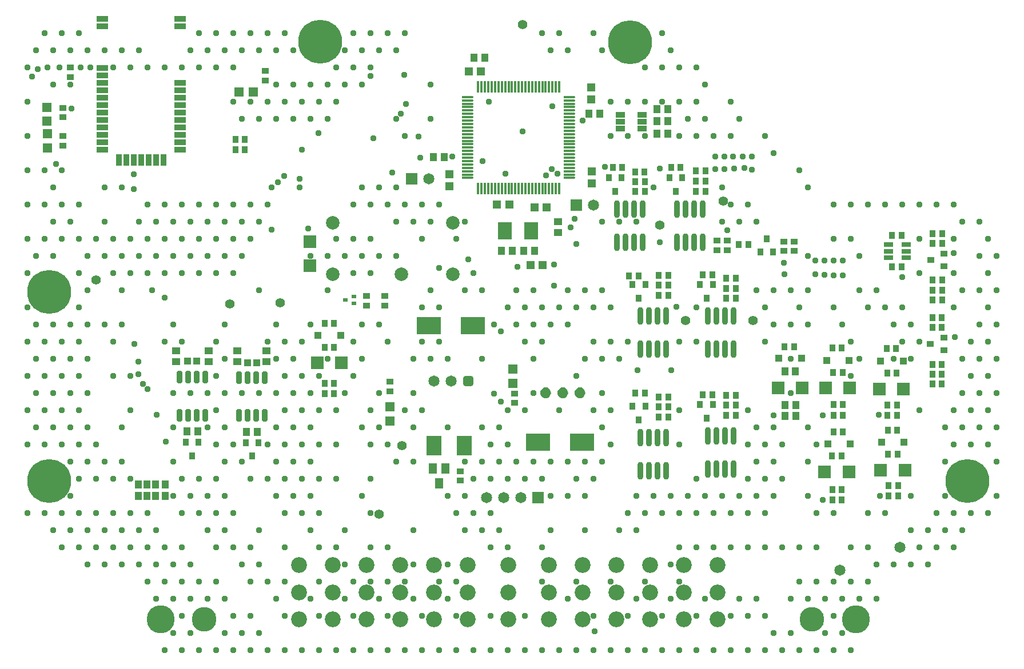
<source format=gbr>
G04*
G04 #@! TF.GenerationSoftware,Altium Limited,Altium Designer,25.0.2 (28)*
G04*
G04 Layer_Color=8388736*
%FSLAX44Y44*%
%MOMM*%
G71*
G04*
G04 #@! TF.SameCoordinates,1489D581-9A80-4730-A308-F2CAF4F028AF*
G04*
G04*
G04 #@! TF.FilePolarity,Negative*
G04*
G01*
G75*
%ADD48R,1.3524X1.3524*%
%ADD49R,1.0524X0.9524*%
%ADD50R,0.6604X0.5084*%
%ADD51R,1.8324X1.8524*%
%ADD52R,1.3724X0.7724*%
%ADD53R,2.3124X2.9524*%
%ADD54R,1.1524X1.5524*%
%ADD55R,3.6524X2.6524*%
%ADD56R,0.9524X1.0524*%
G04:AMPARAMS|DCode=57|XSize=0.8024mm|YSize=1.8024mm|CornerRadius=0.125mm|HoleSize=0mm|Usage=FLASHONLY|Rotation=0.000|XOffset=0mm|YOffset=0mm|HoleType=Round|Shape=RoundedRectangle|*
%AMROUNDEDRECTD57*
21,1,0.8024,1.5525,0,0,0.0*
21,1,0.5525,1.8024,0,0,0.0*
1,1,0.2499,0.2763,-0.7763*
1,1,0.2499,-0.2763,-0.7763*
1,1,0.2499,-0.2763,0.7763*
1,1,0.2499,0.2763,0.7763*
%
%ADD57ROUNDEDRECTD57*%
%ADD58R,1.0524X1.1524*%
%ADD59R,1.1524X1.0524*%
%ADD60R,0.9524X1.0524*%
%ADD61R,1.0024X1.1024*%
%ADD62R,1.0524X0.9524*%
%ADD63R,1.8524X1.8324*%
%ADD64R,1.0024X1.0024*%
%ADD65O,0.8524X2.6524*%
%ADD66O,1.7024X0.4024*%
%ADD67R,1.2524X1.2524*%
%ADD68O,0.4024X1.7024*%
%ADD69R,1.3524X1.3524*%
%ADD70R,1.6510X0.8636*%
%ADD71R,0.8636X1.6510*%
%ADD72R,1.2524X1.2524*%
%ADD73R,1.3524X0.8524*%
%ADD74R,2.1524X2.5524*%
%ADD75C,2.3524*%
%ADD76C,2.0066*%
%ADD77C,1.6524*%
G04:AMPARAMS|DCode=78|XSize=1.5524mm|YSize=1.5524mm|CornerRadius=0.4262mm|HoleSize=0mm|Usage=FLASHONLY|Rotation=180.000|XOffset=0mm|YOffset=0mm|HoleType=Round|Shape=RoundedRectangle|*
%AMROUNDEDRECTD78*
21,1,1.5524,0.7000,0,0,180.0*
21,1,0.7000,1.5524,0,0,180.0*
1,1,0.8524,-0.3500,0.3500*
1,1,0.8524,0.3500,0.3500*
1,1,0.8524,0.3500,-0.3500*
1,1,0.8524,-0.3500,-0.3500*
%
%ADD78ROUNDEDRECTD78*%
%ADD79R,1.6524X1.6524*%
%ADD80C,4.1524*%
%ADD81C,3.6524*%
%ADD82C,0.9398*%
%ADD83C,1.4224*%
%ADD84C,6.5024*%
G36*
X1605280Y982658D02*
X1607336Y982929D01*
X1609251Y983722D01*
X1610896Y984984D01*
X1612158Y986629D01*
X1612951Y988544D01*
X1613222Y990600D01*
X1612951Y992655D01*
X1612158Y994571D01*
X1610896Y996216D01*
X1609251Y997478D01*
X1607336Y998271D01*
X1605280Y998542D01*
D01*
X1603224Y998271D01*
X1601309Y997478D01*
X1599664Y996216D01*
X1598402Y994571D01*
X1597609Y992655D01*
X1597338Y990600D01*
X1597609Y988544D01*
X1598402Y986629D01*
X1599664Y984984D01*
X1601309Y983722D01*
X1603224Y982929D01*
X1605280Y982658D01*
D01*
D02*
G37*
G36*
X1630680D02*
X1632735Y982929D01*
X1634651Y983722D01*
X1636296Y984984D01*
X1637558Y986629D01*
X1638351Y988544D01*
X1638622Y990600D01*
X1638351Y992655D01*
X1637558Y994571D01*
X1636296Y996216D01*
X1634651Y997478D01*
X1632735Y998271D01*
X1630680Y998542D01*
D01*
X1628625Y998271D01*
X1626709Y997478D01*
X1625064Y996216D01*
X1623802Y994571D01*
X1623009Y992655D01*
X1622738Y990600D01*
X1623009Y988544D01*
X1623802Y986629D01*
X1625064Y984984D01*
X1626709Y983722D01*
X1628625Y982929D01*
X1630680Y982658D01*
D01*
D02*
G37*
G36*
X1656080D02*
X1658136Y982929D01*
X1660051Y983722D01*
X1661696Y984984D01*
X1662958Y986629D01*
X1663751Y988544D01*
X1664022Y990600D01*
X1663751Y992655D01*
X1662958Y994571D01*
X1661696Y996216D01*
X1660051Y997478D01*
X1658136Y998271D01*
X1656080Y998542D01*
D01*
X1654025Y998271D01*
X1652109Y997478D01*
X1650464Y996216D01*
X1649202Y994571D01*
X1648409Y992655D01*
X1648138Y990600D01*
X1648409Y988544D01*
X1649202Y986629D01*
X1650464Y984984D01*
X1652109Y983722D01*
X1654025Y982929D01*
X1656080Y982658D01*
D01*
D02*
G37*
D48*
X1557000Y1004792D02*
D03*
Y1025792D02*
D03*
X1374500Y948658D02*
D03*
Y969658D02*
D03*
X867410Y1353480D02*
D03*
X867117Y1413850D02*
D03*
Y1392850D02*
D03*
X867410Y1374480D02*
D03*
D49*
X1367000Y1120000D02*
D03*
Y1134000D02*
D03*
X1340000Y1120000D02*
D03*
Y1134000D02*
D03*
X1374500Y993000D02*
D03*
Y1007000D02*
D03*
X1559043Y975500D02*
D03*
Y989500D02*
D03*
X1478542Y874500D02*
D03*
Y860500D02*
D03*
X1859280Y1202040D02*
D03*
Y1216040D02*
D03*
X1958340Y1200770D02*
D03*
Y1214770D02*
D03*
X1874520Y1216040D02*
D03*
Y1202040D02*
D03*
X1973580Y1200770D02*
D03*
Y1214770D02*
D03*
X890270Y1356980D02*
D03*
X890270Y1412890D02*
D03*
Y1398890D02*
D03*
X890270Y1370980D02*
D03*
X901700Y1472580D02*
D03*
Y1458580D02*
D03*
X1189990Y1467500D02*
D03*
Y1453500D02*
D03*
D50*
X1308525Y1128000D02*
D03*
X1321475Y1133000D02*
D03*
Y1123000D02*
D03*
D51*
X1256000Y1214900D02*
D03*
Y1179100D02*
D03*
D52*
X2112800Y1210000D02*
D03*
Y1200500D02*
D03*
Y1191000D02*
D03*
X2139000D02*
D03*
Y1200500D02*
D03*
Y1210000D02*
D03*
D53*
X1440250Y912500D02*
D03*
X1484750D02*
D03*
D54*
X1438000Y878500D02*
D03*
X1447500Y856500D02*
D03*
X1457000Y878500D02*
D03*
D55*
X1432500Y1090000D02*
D03*
X1497500D02*
D03*
X1594500Y917500D02*
D03*
X1659500D02*
D03*
D56*
X2118500Y1177458D02*
D03*
X2132500D02*
D03*
X2118500Y1223543D02*
D03*
X2132500D02*
D03*
X2192000Y1087393D02*
D03*
X2178000D02*
D03*
X2192000Y1003872D02*
D03*
X2178000D02*
D03*
X2192000Y1032957D02*
D03*
X2178000D02*
D03*
X2178000Y1018415D02*
D03*
X2192000D02*
D03*
X2192500Y1211892D02*
D03*
X2178500D02*
D03*
X2192500Y1128372D02*
D03*
X2178500D02*
D03*
X2192500Y1157457D02*
D03*
X2178500D02*
D03*
X2178500Y1142915D02*
D03*
X2192500D02*
D03*
X2192000Y1101935D02*
D03*
X2178000D02*
D03*
X2192500Y1226435D02*
D03*
X2178500D02*
D03*
X1292000Y989627D02*
D03*
X1278000D02*
D03*
X1959000Y1059208D02*
D03*
X1973000D02*
D03*
X1891650Y1210310D02*
D03*
X1905650D02*
D03*
X1278000Y1058122D02*
D03*
X1292000D02*
D03*
X1278000Y1004627D02*
D03*
X1292000D02*
D03*
X1278000Y1093207D02*
D03*
X1292000D02*
D03*
X1704960Y1324610D02*
D03*
X1718960D02*
D03*
X1738302Y1303717D02*
D03*
X1752303D02*
D03*
X1738302Y1289175D02*
D03*
X1752303D02*
D03*
X1791320Y1324610D02*
D03*
X1805320D02*
D03*
X1827863Y1304290D02*
D03*
X1841863D02*
D03*
X1827863Y1289292D02*
D03*
X1841863D02*
D03*
X1751980Y1318260D02*
D03*
X1737980D02*
D03*
X1841863Y1319530D02*
D03*
X1827863D02*
D03*
X1738000Y990000D02*
D03*
X1752000D02*
D03*
X1787000Y970000D02*
D03*
X1773000D02*
D03*
X1787000Y955000D02*
D03*
X1773000D02*
D03*
X1743000Y1164000D02*
D03*
X1729000D02*
D03*
X1787000Y1150000D02*
D03*
X1773000D02*
D03*
X1787000Y1135000D02*
D03*
X1773000D02*
D03*
X1838000Y987585D02*
D03*
X1852000D02*
D03*
X1887000Y972500D02*
D03*
X1873000D02*
D03*
X1887000Y957500D02*
D03*
X1873000D02*
D03*
X1838000Y1165085D02*
D03*
X1852000D02*
D03*
X1887000Y1145585D02*
D03*
X1873000D02*
D03*
X1887000Y1131042D02*
D03*
X1873000D02*
D03*
X1773000Y984543D02*
D03*
X1787000D02*
D03*
X1773000Y1164543D02*
D03*
X1787000D02*
D03*
X1873000Y987043D02*
D03*
X1887000D02*
D03*
X1873000Y1160128D02*
D03*
X1887000D02*
D03*
X2029500Y897000D02*
D03*
X2043500D02*
D03*
X2030000Y847500D02*
D03*
X2044000D02*
D03*
X2030000Y832000D02*
D03*
X2044000D02*
D03*
X2111000Y1019500D02*
D03*
X2125000D02*
D03*
X2111500Y972500D02*
D03*
X2125500D02*
D03*
X2111500Y957500D02*
D03*
X2125500D02*
D03*
X2031000Y1021000D02*
D03*
X2045000D02*
D03*
X2031500Y973500D02*
D03*
X2045500D02*
D03*
X2031500Y957500D02*
D03*
X2045500D02*
D03*
X2126500Y899500D02*
D03*
X2112500D02*
D03*
X2113500Y853000D02*
D03*
X2127500D02*
D03*
X2113500Y838000D02*
D03*
X2127500D02*
D03*
X2031500Y932500D02*
D03*
X2045500D02*
D03*
X2110500Y1056500D02*
D03*
X2124500D02*
D03*
X2030000Y1057000D02*
D03*
X2044000D02*
D03*
X2112000Y935000D02*
D03*
X2126000D02*
D03*
X1160160Y1365823D02*
D03*
X1146160D02*
D03*
X1160160Y1351280D02*
D03*
X1146160D02*
D03*
D57*
X1101008Y1013708D02*
D03*
X1088307D02*
D03*
X1075608D02*
D03*
X1062907D02*
D03*
X1101008Y957207D02*
D03*
X1088307D02*
D03*
X1075608D02*
D03*
X1062907D02*
D03*
X1151492Y956793D02*
D03*
X1164193D02*
D03*
X1176892D02*
D03*
X1189593D02*
D03*
X1151492Y1013292D02*
D03*
X1164193D02*
D03*
X1176892D02*
D03*
X1189593D02*
D03*
D58*
X1073958Y933415D02*
D03*
X1089958D02*
D03*
X1178542Y933000D02*
D03*
X1162542D02*
D03*
X1042000Y837500D02*
D03*
Y854500D02*
D03*
X1028066D02*
D03*
Y837500D02*
D03*
X1015000Y854500D02*
D03*
Y837500D02*
D03*
X1001934Y854500D02*
D03*
Y837500D02*
D03*
X1959500Y1022373D02*
D03*
X1975500D02*
D03*
X1976000Y972500D02*
D03*
X1960000D02*
D03*
X1976000Y956000D02*
D03*
X1960000D02*
D03*
X1439500Y1340000D02*
D03*
X1455500D02*
D03*
X1499000Y1487585D02*
D03*
X1515000D02*
D03*
X1685500Y1404000D02*
D03*
X1669500D02*
D03*
X1589000Y1201000D02*
D03*
X1573000D02*
D03*
X1539957D02*
D03*
X1555957D02*
D03*
X1786500Y1411085D02*
D03*
X1770500D02*
D03*
Y1393042D02*
D03*
X1786500D02*
D03*
Y1375000D02*
D03*
X1770500D02*
D03*
D59*
X1106000Y1037000D02*
D03*
Y1053000D02*
D03*
X1057915Y1037000D02*
D03*
Y1053000D02*
D03*
X1192085D02*
D03*
Y1037000D02*
D03*
X1149000Y1053000D02*
D03*
Y1037000D02*
D03*
X1624000Y1228000D02*
D03*
Y1244000D02*
D03*
D60*
X1081957Y897372D02*
D03*
X1091458Y917373D02*
D03*
X1072458D02*
D03*
X1170543Y896957D02*
D03*
X1180042Y916957D02*
D03*
X1161042D02*
D03*
X1923440Y1199040D02*
D03*
X1942440D02*
D03*
X1932940Y1219040D02*
D03*
X1708438Y1289370D02*
D03*
X1698938Y1309370D02*
D03*
X1717937D02*
D03*
X1798320Y1289210D02*
D03*
X1788820Y1309210D02*
D03*
X1807820D02*
D03*
X1752957Y970792D02*
D03*
X1733957D02*
D03*
X1743457Y950792D02*
D03*
X1752957Y1150792D02*
D03*
X1733958D02*
D03*
X1743457Y1130792D02*
D03*
X1852957Y973292D02*
D03*
X1833958D02*
D03*
X1843457Y953292D02*
D03*
X1852957Y1150792D02*
D03*
X1833958D02*
D03*
X1843457Y1130792D02*
D03*
D61*
X1088708Y1037500D02*
D03*
X1075208D02*
D03*
X1163792Y1035085D02*
D03*
X1177292D02*
D03*
D62*
X2195000Y1053500D02*
D03*
Y1072500D02*
D03*
X2175000Y1063000D02*
D03*
X2195500Y1178000D02*
D03*
Y1197000D02*
D03*
X2175500Y1187500D02*
D03*
D63*
X1949600Y997500D02*
D03*
X1985400D02*
D03*
X1267100Y1035000D02*
D03*
X1302900D02*
D03*
X2018600Y873500D02*
D03*
X2054400D02*
D03*
X2099600Y996000D02*
D03*
X2135400D02*
D03*
X2020100Y997500D02*
D03*
X2055900D02*
D03*
X2101600Y876000D02*
D03*
X2137400D02*
D03*
D64*
X1984250Y1041665D02*
D03*
X1950750D02*
D03*
X1301750Y1075665D02*
D03*
X1268250D02*
D03*
X2056750Y914542D02*
D03*
X2023250D02*
D03*
X2134750Y1038000D02*
D03*
X2101250D02*
D03*
X2054750Y1038542D02*
D03*
X2021250D02*
D03*
X2136250Y917042D02*
D03*
X2102750D02*
D03*
D65*
X1748790Y1262632D02*
D03*
X1736090D02*
D03*
X1723390D02*
D03*
X1710690D02*
D03*
X1748790Y1213632D02*
D03*
X1736090D02*
D03*
X1723390D02*
D03*
X1710690D02*
D03*
X1837690Y1262750D02*
D03*
X1824990D02*
D03*
X1812290D02*
D03*
X1799590D02*
D03*
X1837690Y1213750D02*
D03*
X1824990D02*
D03*
X1812290D02*
D03*
X1799590D02*
D03*
X1745950Y875500D02*
D03*
X1758650D02*
D03*
X1771350D02*
D03*
X1784050D02*
D03*
X1745950Y924500D02*
D03*
X1758650D02*
D03*
X1771350D02*
D03*
X1784050D02*
D03*
X1745950Y1055500D02*
D03*
X1758650D02*
D03*
X1771350D02*
D03*
X1784050D02*
D03*
X1745950Y1104500D02*
D03*
X1758650D02*
D03*
X1771350D02*
D03*
X1784050D02*
D03*
X1845950Y878000D02*
D03*
X1858650D02*
D03*
X1871350D02*
D03*
X1884050D02*
D03*
X1845950Y927000D02*
D03*
X1858650D02*
D03*
X1871350D02*
D03*
X1884050D02*
D03*
X1845950Y1055500D02*
D03*
X1858650D02*
D03*
X1871350D02*
D03*
X1884050D02*
D03*
X1845950Y1104500D02*
D03*
X1858650D02*
D03*
X1871350D02*
D03*
X1884050D02*
D03*
D66*
X1490250Y1419000D02*
D03*
Y1414000D02*
D03*
X1640750Y1309000D02*
D03*
Y1314000D02*
D03*
Y1319000D02*
D03*
Y1324000D02*
D03*
Y1329000D02*
D03*
Y1334000D02*
D03*
Y1339000D02*
D03*
Y1344000D02*
D03*
Y1349000D02*
D03*
Y1354000D02*
D03*
Y1359000D02*
D03*
Y1364000D02*
D03*
Y1369000D02*
D03*
Y1374000D02*
D03*
Y1379000D02*
D03*
Y1384000D02*
D03*
Y1389000D02*
D03*
Y1394000D02*
D03*
Y1399000D02*
D03*
Y1404000D02*
D03*
Y1409000D02*
D03*
Y1414000D02*
D03*
Y1419000D02*
D03*
Y1424000D02*
D03*
Y1429000D02*
D03*
X1490250D02*
D03*
Y1424000D02*
D03*
Y1409000D02*
D03*
Y1404000D02*
D03*
Y1399000D02*
D03*
Y1394000D02*
D03*
Y1389000D02*
D03*
Y1384000D02*
D03*
Y1379000D02*
D03*
Y1374000D02*
D03*
Y1369000D02*
D03*
Y1364000D02*
D03*
Y1359000D02*
D03*
Y1354000D02*
D03*
Y1349000D02*
D03*
Y1344000D02*
D03*
Y1339000D02*
D03*
Y1334000D02*
D03*
Y1329000D02*
D03*
Y1324000D02*
D03*
Y1319000D02*
D03*
Y1314000D02*
D03*
Y1309000D02*
D03*
D67*
X1674000Y1319000D02*
D03*
Y1301000D02*
D03*
X1462500Y1314500D02*
D03*
Y1296500D02*
D03*
X1673000Y1425043D02*
D03*
Y1443042D02*
D03*
D68*
X1590500Y1444250D02*
D03*
X1585500D02*
D03*
X1575500D02*
D03*
X1570500D02*
D03*
X1505500Y1293750D02*
D03*
X1510500D02*
D03*
X1515500D02*
D03*
X1520500D02*
D03*
X1525500D02*
D03*
X1530500D02*
D03*
X1535500D02*
D03*
X1540500D02*
D03*
X1545500D02*
D03*
X1550500D02*
D03*
X1555500D02*
D03*
X1560500D02*
D03*
X1565500D02*
D03*
X1570500D02*
D03*
X1575500D02*
D03*
X1580500D02*
D03*
X1585500D02*
D03*
X1590500D02*
D03*
X1595500D02*
D03*
X1600500D02*
D03*
X1605500D02*
D03*
X1610500D02*
D03*
X1615500D02*
D03*
X1620500D02*
D03*
X1625500D02*
D03*
Y1444250D02*
D03*
X1620500D02*
D03*
X1615500D02*
D03*
X1610500D02*
D03*
X1605500D02*
D03*
X1600500D02*
D03*
X1595500D02*
D03*
X1580500D02*
D03*
X1565500D02*
D03*
X1560500D02*
D03*
X1555500D02*
D03*
X1550500D02*
D03*
X1545500D02*
D03*
X1540500D02*
D03*
X1535500D02*
D03*
X1530500D02*
D03*
X1525500D02*
D03*
X1520500D02*
D03*
X1515500D02*
D03*
X1510500D02*
D03*
X1505500D02*
D03*
D69*
X1151550Y1436370D02*
D03*
X1172550D02*
D03*
D70*
X1063701Y1350950D02*
D03*
Y1361948D02*
D03*
X948690D02*
D03*
Y1350950D02*
D03*
X1063701Y1383944D02*
D03*
Y1372946D02*
D03*
X948690D02*
D03*
Y1383944D02*
D03*
X1063701Y1405941D02*
D03*
Y1394943D02*
D03*
X948690D02*
D03*
Y1405941D02*
D03*
X1063701Y1427937D02*
D03*
Y1416939D02*
D03*
X948690D02*
D03*
Y1427937D02*
D03*
Y1438935D02*
D03*
X1063701D02*
D03*
X948690Y1449934D02*
D03*
X1063701D02*
D03*
X948690Y1471930D02*
D03*
Y1460932D02*
D03*
X1063701Y1544930D02*
D03*
Y1533931D02*
D03*
X948690D02*
D03*
Y1544930D02*
D03*
D71*
X1039190Y1335418D02*
D03*
X1028192D02*
D03*
X1017194D02*
D03*
X1006196D02*
D03*
X995197D02*
D03*
X984199D02*
D03*
X973201D02*
D03*
D72*
X1509500Y1466543D02*
D03*
X1491500D02*
D03*
X1589000Y1265500D02*
D03*
X1607000D02*
D03*
X1551500Y1269500D02*
D03*
X1533500D02*
D03*
X1601000Y1179958D02*
D03*
X1583000D02*
D03*
D73*
X1716000Y1392500D02*
D03*
Y1382500D02*
D03*
Y1402500D02*
D03*
X1748000D02*
D03*
Y1382500D02*
D03*
Y1392500D02*
D03*
D74*
X1584000Y1231000D02*
D03*
X1545000D02*
D03*
D75*
X1240000Y655000D02*
D03*
Y695000D02*
D03*
Y735000D02*
D03*
X1290000Y655000D02*
D03*
X1340000D02*
D03*
Y695000D02*
D03*
Y735000D02*
D03*
X1390000Y655000D02*
D03*
Y695000D02*
D03*
Y735000D02*
D03*
X1440000Y655000D02*
D03*
Y695000D02*
D03*
Y735000D02*
D03*
X1490000Y655000D02*
D03*
Y695000D02*
D03*
Y735000D02*
D03*
X1550000Y655000D02*
D03*
Y695000D02*
D03*
Y735000D02*
D03*
X1610000Y655000D02*
D03*
Y695000D02*
D03*
Y735000D02*
D03*
X1660000Y655000D02*
D03*
Y695000D02*
D03*
Y735000D02*
D03*
X1710000Y655000D02*
D03*
Y695000D02*
D03*
Y735000D02*
D03*
X1760000Y655000D02*
D03*
Y695000D02*
D03*
Y735000D02*
D03*
X1810000Y655000D02*
D03*
Y695000D02*
D03*
Y735000D02*
D03*
X1860000Y655000D02*
D03*
Y695000D02*
D03*
Y735000D02*
D03*
X1290000D02*
D03*
Y695000D02*
D03*
D76*
X1290400Y1242200D02*
D03*
X1468200D02*
D03*
Y1166000D02*
D03*
X1392000D02*
D03*
X1290400D02*
D03*
D77*
X1439600Y1007700D02*
D03*
X1465000D02*
D03*
X1518200Y835000D02*
D03*
X1543600D02*
D03*
X1569000D02*
D03*
X1432500Y1308000D02*
D03*
X1675900Y1268500D02*
D03*
X2129790Y762000D02*
D03*
X2040890Y727710D02*
D03*
D78*
X1490400Y1007700D02*
D03*
D79*
X1594400Y835000D02*
D03*
X1407100Y1308000D02*
D03*
X1650500Y1268500D02*
D03*
D80*
X1035000Y655000D02*
D03*
X2065000D02*
D03*
D81*
X1100000D02*
D03*
X2000000D02*
D03*
D82*
X2260600Y1219200D02*
D03*
X2273300Y1193800D02*
D03*
X2260600Y1168400D02*
D03*
X2273300Y1143000D02*
D03*
X2260600Y1117600D02*
D03*
X2273300Y1092200D02*
D03*
X2260600Y1066800D02*
D03*
X2273300Y1041400D02*
D03*
X2260600Y1016000D02*
D03*
X2273300Y990600D02*
D03*
X2260600Y965200D02*
D03*
X2273300Y939800D02*
D03*
X2260600Y914400D02*
D03*
X2273300Y889000D02*
D03*
Y838200D02*
D03*
X2260600Y812800D02*
D03*
X2247900Y1244600D02*
D03*
Y1193800D02*
D03*
Y1143000D02*
D03*
Y1092200D02*
D03*
X2235200Y1066800D02*
D03*
X2247900Y1041400D02*
D03*
X2235200Y1016000D02*
D03*
X2247900Y990600D02*
D03*
X2235200Y965200D02*
D03*
X2247900Y939800D02*
D03*
X2235200Y914400D02*
D03*
Y812800D02*
D03*
X2209800Y1270000D02*
D03*
X2222500Y1244600D02*
D03*
X2209800Y1219200D02*
D03*
Y1168400D02*
D03*
X2222500Y1143000D02*
D03*
X2209800Y1117600D02*
D03*
X2222500Y1041400D02*
D03*
Y990600D02*
D03*
X2209800Y965200D02*
D03*
X2222500Y939800D02*
D03*
X2209800Y914400D02*
D03*
Y812800D02*
D03*
X2222500Y787400D02*
D03*
X2209800Y762000D02*
D03*
X2184400Y1270000D02*
D03*
X2197100Y939800D02*
D03*
Y889000D02*
D03*
Y838200D02*
D03*
X2184400Y812800D02*
D03*
X2197100Y787400D02*
D03*
X2184400Y762000D02*
D03*
X2159000Y1270000D02*
D03*
Y1219200D02*
D03*
Y1168400D02*
D03*
Y1066800D02*
D03*
Y965200D02*
D03*
X2171700Y787400D02*
D03*
X2159000Y762000D02*
D03*
X2171700Y736600D02*
D03*
X2133600Y1270000D02*
D03*
Y1117600D02*
D03*
X2146300Y1092200D02*
D03*
X2133600Y1066800D02*
D03*
X2146300Y1041400D02*
D03*
Y838200D02*
D03*
Y787400D02*
D03*
Y736600D02*
D03*
X2108200Y1270000D02*
D03*
Y1117600D02*
D03*
X2120900Y1092200D02*
D03*
Y1041400D02*
D03*
X2108200Y812800D02*
D03*
X2120900Y736600D02*
D03*
X2082800Y1270000D02*
D03*
X2095500Y1143000D02*
D03*
X2082800Y1117600D02*
D03*
Y812800D02*
D03*
Y762000D02*
D03*
X2095500Y736600D02*
D03*
X2082800Y711200D02*
D03*
X2095500Y685800D02*
D03*
X2057400Y1270000D02*
D03*
Y1219200D02*
D03*
X2070100Y1193800D02*
D03*
Y1143000D02*
D03*
X2057400Y1066800D02*
D03*
X2070100Y1041400D02*
D03*
X2057400Y1016000D02*
D03*
Y762000D02*
D03*
Y711200D02*
D03*
X2070100Y685800D02*
D03*
X2057400Y609600D02*
D03*
X2032000Y1270000D02*
D03*
Y1219200D02*
D03*
Y1117600D02*
D03*
X2044700Y1092200D02*
D03*
X2032000Y812800D02*
D03*
Y711200D02*
D03*
X2044700Y685800D02*
D03*
X2032000Y660400D02*
D03*
X2044700Y635000D02*
D03*
X2032000Y609600D02*
D03*
X2006600Y914400D02*
D03*
Y812800D02*
D03*
Y762000D02*
D03*
Y711200D02*
D03*
X2019300Y685800D02*
D03*
Y635000D02*
D03*
X2006600Y609600D02*
D03*
X1981200Y1320800D02*
D03*
X1993900Y1295400D02*
D03*
Y1193800D02*
D03*
Y1143000D02*
D03*
X1981200Y1117600D02*
D03*
X1993900Y1092200D02*
D03*
Y939800D02*
D03*
Y889000D02*
D03*
Y838200D02*
D03*
X1981200Y762000D02*
D03*
Y711200D02*
D03*
X1993900Y685800D02*
D03*
X1981200Y609600D02*
D03*
X1968500Y1143000D02*
D03*
Y1092200D02*
D03*
Y1041400D02*
D03*
Y990600D02*
D03*
X1955800Y914400D02*
D03*
Y863600D02*
D03*
Y762000D02*
D03*
X1968500Y685800D02*
D03*
Y635000D02*
D03*
X1955800Y609600D02*
D03*
X1930400Y1371600D02*
D03*
X1943100Y1346200D02*
D03*
Y1143000D02*
D03*
X1930400Y1117600D02*
D03*
X1943100Y1092200D02*
D03*
X1930400Y1066800D02*
D03*
X1943100Y939800D02*
D03*
X1930400Y914400D02*
D03*
X1943100Y889000D02*
D03*
X1930400Y863600D02*
D03*
X1943100Y838200D02*
D03*
X1930400Y812800D02*
D03*
Y762000D02*
D03*
Y660400D02*
D03*
X1943100Y635000D02*
D03*
X1930400Y609600D02*
D03*
X1905000Y1270000D02*
D03*
X1917700Y1244600D02*
D03*
Y1143000D02*
D03*
X1905000Y965200D02*
D03*
X1917700Y939800D02*
D03*
X1905000Y914400D02*
D03*
X1917700Y889000D02*
D03*
X1905000Y863600D02*
D03*
X1917700Y838200D02*
D03*
X1905000Y812800D02*
D03*
Y762000D02*
D03*
X1917700Y685800D02*
D03*
X1905000Y660400D02*
D03*
Y609600D02*
D03*
X1879600Y1422400D02*
D03*
X1892300Y1397000D02*
D03*
X1879600Y1371600D02*
D03*
Y1270000D02*
D03*
X1892300Y1244600D02*
D03*
Y838200D02*
D03*
X1879600Y812800D02*
D03*
Y762000D02*
D03*
X1892300Y685800D02*
D03*
X1879600Y660400D02*
D03*
Y609600D02*
D03*
X1854200Y1371600D02*
D03*
X1866900Y1295400D02*
D03*
Y1244600D02*
D03*
Y838200D02*
D03*
X1854200Y812800D02*
D03*
Y762000D02*
D03*
Y609600D02*
D03*
X1828800Y1473200D02*
D03*
X1841500Y1447800D02*
D03*
X1828800Y1422400D02*
D03*
X1841500Y1397000D02*
D03*
X1828800Y1371600D02*
D03*
Y1117600D02*
D03*
Y1066800D02*
D03*
Y863600D02*
D03*
X1841500Y838200D02*
D03*
X1828800Y812800D02*
D03*
Y762000D02*
D03*
X1841500Y685800D02*
D03*
X1828800Y660400D02*
D03*
Y609600D02*
D03*
X1803400Y1473200D02*
D03*
Y1422400D02*
D03*
X1816100Y1397000D02*
D03*
X1803400Y1371600D02*
D03*
Y1066800D02*
D03*
Y965200D02*
D03*
Y914400D02*
D03*
X1816100Y838200D02*
D03*
X1803400Y812800D02*
D03*
Y762000D02*
D03*
Y711200D02*
D03*
Y609600D02*
D03*
X1778000Y1524000D02*
D03*
X1790700Y1498600D02*
D03*
X1778000Y1473200D02*
D03*
Y1422400D02*
D03*
X1790700Y838200D02*
D03*
X1778000Y812800D02*
D03*
X1790700Y736600D02*
D03*
Y685800D02*
D03*
X1778000Y660400D02*
D03*
Y609600D02*
D03*
X1752600Y1473200D02*
D03*
Y1422400D02*
D03*
Y1371600D02*
D03*
X1765300Y1295400D02*
D03*
Y838200D02*
D03*
X1752600Y812800D02*
D03*
Y711200D02*
D03*
Y609600D02*
D03*
X1727200Y1422400D02*
D03*
Y1371600D02*
D03*
X1739900Y1244600D02*
D03*
X1727200Y1066800D02*
D03*
X1739900Y838200D02*
D03*
X1727200Y812800D02*
D03*
X1739900Y787400D02*
D03*
Y685800D02*
D03*
X1727200Y660400D02*
D03*
Y609600D02*
D03*
X1701800Y1422400D02*
D03*
Y1371600D02*
D03*
X1714500Y1244600D02*
D03*
X1701800Y1117600D02*
D03*
Y1066800D02*
D03*
X1714500Y1041400D02*
D03*
X1701800Y965200D02*
D03*
Y914400D02*
D03*
X1714500Y787400D02*
D03*
X1701800Y711200D02*
D03*
Y609600D02*
D03*
X1676400Y1524000D02*
D03*
X1689100Y1498600D02*
D03*
Y1244600D02*
D03*
Y1143000D02*
D03*
X1676400Y1117600D02*
D03*
Y1066800D02*
D03*
X1689100Y1041400D02*
D03*
Y990600D02*
D03*
X1676400Y965200D02*
D03*
X1689100Y939800D02*
D03*
Y889000D02*
D03*
X1676400Y863600D02*
D03*
Y660400D02*
D03*
Y609600D02*
D03*
X1663700Y1143000D02*
D03*
X1651000Y1117600D02*
D03*
X1663700Y1041400D02*
D03*
X1651000Y1016000D02*
D03*
X1663700Y889000D02*
D03*
X1651000Y863600D02*
D03*
X1663700Y838200D02*
D03*
Y787400D02*
D03*
X1651000Y711200D02*
D03*
Y609600D02*
D03*
X1625600Y1524000D02*
D03*
X1638300Y1498600D02*
D03*
Y1143000D02*
D03*
X1625600Y1117600D02*
D03*
X1638300Y1092200D02*
D03*
X1625600Y965200D02*
D03*
X1638300Y889000D02*
D03*
Y838200D02*
D03*
Y685800D02*
D03*
X1625600Y609600D02*
D03*
X1600200Y1524000D02*
D03*
X1612900Y1498600D02*
D03*
X1600200Y1117600D02*
D03*
X1612900Y1092200D02*
D03*
X1600200Y1066800D02*
D03*
X1612900Y889000D02*
D03*
X1600200Y863600D02*
D03*
X1612900Y838200D02*
D03*
Y787400D02*
D03*
X1600200Y762000D02*
D03*
Y711200D02*
D03*
Y609600D02*
D03*
X1587500Y1143000D02*
D03*
X1574800Y1117600D02*
D03*
X1587500Y1092200D02*
D03*
X1574800Y1066800D02*
D03*
X1587500Y1041400D02*
D03*
Y990600D02*
D03*
X1574800Y965200D02*
D03*
X1587500Y889000D02*
D03*
X1574800Y863600D02*
D03*
Y660400D02*
D03*
Y609600D02*
D03*
X1562100Y1143000D02*
D03*
X1549400Y1117600D02*
D03*
X1562100Y1092200D02*
D03*
X1549400Y965200D02*
D03*
Y914400D02*
D03*
X1562100Y889000D02*
D03*
X1549400Y863600D02*
D03*
Y762000D02*
D03*
Y609600D02*
D03*
X1536700Y939800D02*
D03*
X1524000Y914400D02*
D03*
X1536700Y889000D02*
D03*
X1524000Y863600D02*
D03*
Y812800D02*
D03*
X1536700Y787400D02*
D03*
X1524000Y762000D02*
D03*
Y660400D02*
D03*
Y609600D02*
D03*
X1498600Y1168400D02*
D03*
X1511300Y1143000D02*
D03*
Y1041400D02*
D03*
Y939800D02*
D03*
Y889000D02*
D03*
X1498600Y863600D02*
D03*
Y812800D02*
D03*
X1511300Y787400D02*
D03*
X1498600Y609600D02*
D03*
X1485900Y1244600D02*
D03*
X1473200Y1219200D02*
D03*
X1485900Y1143000D02*
D03*
Y889000D02*
D03*
Y838200D02*
D03*
X1473200Y812800D02*
D03*
X1485900Y787400D02*
D03*
X1473200Y711200D02*
D03*
Y660400D02*
D03*
Y609600D02*
D03*
X1447800Y1270000D02*
D03*
Y1117600D02*
D03*
Y1066800D02*
D03*
X1460500Y1041400D02*
D03*
Y939800D02*
D03*
Y838200D02*
D03*
Y736600D02*
D03*
X1447800Y711200D02*
D03*
X1460500Y685800D02*
D03*
X1447800Y609600D02*
D03*
X1435100Y1447800D02*
D03*
Y1397000D02*
D03*
X1422400Y1270000D02*
D03*
X1435100Y1244600D02*
D03*
X1422400Y1219200D02*
D03*
X1435100Y1143000D02*
D03*
X1422400Y1117600D02*
D03*
Y1066800D02*
D03*
X1435100Y1041400D02*
D03*
X1422400Y965200D02*
D03*
Y660400D02*
D03*
Y609600D02*
D03*
X1397000Y1524000D02*
D03*
Y1371600D02*
D03*
Y1270000D02*
D03*
X1409700Y1244600D02*
D03*
Y1041400D02*
D03*
Y990600D02*
D03*
X1397000Y965200D02*
D03*
X1409700Y939800D02*
D03*
Y889000D02*
D03*
Y787400D02*
D03*
Y736600D02*
D03*
X1397000Y711200D02*
D03*
X1409700Y685800D02*
D03*
X1397000Y609600D02*
D03*
X1371600Y1524000D02*
D03*
X1384300Y1498600D02*
D03*
Y1397000D02*
D03*
Y1295400D02*
D03*
X1371600Y1270000D02*
D03*
X1384300Y1244600D02*
D03*
Y1193800D02*
D03*
X1371600Y1066800D02*
D03*
Y914400D02*
D03*
X1384300Y889000D02*
D03*
X1371600Y762000D02*
D03*
Y711200D02*
D03*
Y660400D02*
D03*
Y609600D02*
D03*
X1346200Y1524000D02*
D03*
X1358900Y1498600D02*
D03*
X1346200Y1473200D02*
D03*
X1358900Y1295400D02*
D03*
X1346200Y1270000D02*
D03*
Y1219200D02*
D03*
X1358900Y1193800D02*
D03*
X1346200Y1168400D02*
D03*
X1358900Y1092200D02*
D03*
Y990600D02*
D03*
X1346200Y965200D02*
D03*
X1358900Y939800D02*
D03*
X1346200Y914400D02*
D03*
Y863600D02*
D03*
Y812800D02*
D03*
Y762000D02*
D03*
Y711200D02*
D03*
X1358900Y685800D02*
D03*
X1346200Y609600D02*
D03*
X1320800Y1524000D02*
D03*
X1333500Y1498600D02*
D03*
X1320800Y1473200D02*
D03*
X1333500Y1447800D02*
D03*
Y1295400D02*
D03*
X1320800Y1270000D02*
D03*
Y1219200D02*
D03*
X1333500Y1193800D02*
D03*
X1320800Y1168400D02*
D03*
X1333500Y1092200D02*
D03*
X1320800Y1066800D02*
D03*
X1333500Y1041400D02*
D03*
X1320800Y1016000D02*
D03*
X1333500Y939800D02*
D03*
Y838200D02*
D03*
X1320800Y711200D02*
D03*
Y660400D02*
D03*
Y609600D02*
D03*
X1308100Y1498600D02*
D03*
X1295400Y1473200D02*
D03*
X1308100Y1447800D02*
D03*
X1295400Y1422400D02*
D03*
Y1219200D02*
D03*
X1308100Y1193800D02*
D03*
Y990600D02*
D03*
X1295400Y965200D02*
D03*
Y914400D02*
D03*
Y863600D02*
D03*
X1308100Y787400D02*
D03*
X1295400Y762000D02*
D03*
X1308100Y736600D02*
D03*
Y685800D02*
D03*
X1295400Y609600D02*
D03*
X1282700Y1447800D02*
D03*
X1270000Y1422400D02*
D03*
X1282700Y1397000D02*
D03*
Y1193800D02*
D03*
Y1143000D02*
D03*
Y1041400D02*
D03*
X1270000Y1016000D02*
D03*
Y965200D02*
D03*
Y914400D02*
D03*
Y863600D02*
D03*
Y812800D02*
D03*
Y762000D02*
D03*
Y711200D02*
D03*
Y660400D02*
D03*
Y609600D02*
D03*
X1257300Y1447800D02*
D03*
X1244600Y1422400D02*
D03*
X1257300Y1397000D02*
D03*
Y1193800D02*
D03*
Y1092200D02*
D03*
X1244600Y1066800D02*
D03*
Y1016000D02*
D03*
X1257300Y990600D02*
D03*
X1244600Y965200D02*
D03*
X1257300Y939800D02*
D03*
X1244600Y914400D02*
D03*
X1257300Y889000D02*
D03*
X1244600Y863600D02*
D03*
X1257300Y838200D02*
D03*
X1244600Y812800D02*
D03*
X1257300Y787400D02*
D03*
Y685800D02*
D03*
X1244600Y609600D02*
D03*
X1219200Y1524000D02*
D03*
X1231900Y1498600D02*
D03*
Y1447800D02*
D03*
X1219200Y1422400D02*
D03*
X1231900Y1397000D02*
D03*
X1219200Y1066800D02*
D03*
X1231900Y1041400D02*
D03*
X1219200Y1016000D02*
D03*
X1231900Y990600D02*
D03*
X1219200Y965200D02*
D03*
X1231900Y939800D02*
D03*
X1219200Y914400D02*
D03*
X1231900Y889000D02*
D03*
X1219200Y863600D02*
D03*
X1231900Y838200D02*
D03*
X1219200Y812800D02*
D03*
Y762000D02*
D03*
Y711200D02*
D03*
Y660400D02*
D03*
Y609600D02*
D03*
X1193800Y1524000D02*
D03*
X1206500Y1498600D02*
D03*
Y1447800D02*
D03*
X1193800Y1422400D02*
D03*
X1206500Y1397000D02*
D03*
X1193800Y1270000D02*
D03*
X1206500Y1092200D02*
D03*
X1193800Y1066800D02*
D03*
X1206500Y1041400D02*
D03*
Y990600D02*
D03*
Y939800D02*
D03*
X1193800Y914400D02*
D03*
X1206500Y889000D02*
D03*
X1193800Y863600D02*
D03*
X1206500Y838200D02*
D03*
X1193800Y711200D02*
D03*
X1206500Y685800D02*
D03*
X1193800Y609600D02*
D03*
X1168400Y1524000D02*
D03*
X1181100Y1498600D02*
D03*
X1168400Y1422400D02*
D03*
X1181100Y1397000D02*
D03*
X1168400Y1270000D02*
D03*
X1181100Y1244600D02*
D03*
X1168400Y1219200D02*
D03*
X1181100Y1143000D02*
D03*
Y990600D02*
D03*
X1168400Y863600D02*
D03*
X1181100Y787400D02*
D03*
X1168400Y762000D02*
D03*
X1181100Y736600D02*
D03*
X1168400Y711200D02*
D03*
Y660400D02*
D03*
X1181100Y635000D02*
D03*
X1168400Y609600D02*
D03*
X1143000Y1524000D02*
D03*
X1155700Y1498600D02*
D03*
X1143000Y1473200D02*
D03*
Y1422400D02*
D03*
X1155700Y1397000D02*
D03*
X1143000Y1270000D02*
D03*
X1155700Y1244600D02*
D03*
X1143000Y1219200D02*
D03*
X1155700Y1193800D02*
D03*
X1143000Y1168400D02*
D03*
X1155700Y990600D02*
D03*
X1143000Y914400D02*
D03*
X1155700Y889000D02*
D03*
X1143000Y812800D02*
D03*
Y762000D02*
D03*
X1155700Y736600D02*
D03*
X1143000Y660400D02*
D03*
X1155700Y635000D02*
D03*
X1143000Y609600D02*
D03*
X1117600Y1524000D02*
D03*
X1130300Y1498600D02*
D03*
X1117600Y1473200D02*
D03*
Y1270000D02*
D03*
X1130300Y1244600D02*
D03*
X1117600Y1219200D02*
D03*
X1130300Y1193800D02*
D03*
X1117600Y1168400D02*
D03*
X1130300Y1092200D02*
D03*
X1117600Y1066800D02*
D03*
X1130300Y1041400D02*
D03*
X1117600Y1016000D02*
D03*
X1130300Y990600D02*
D03*
X1117600Y965200D02*
D03*
X1130300Y939800D02*
D03*
X1117600Y914400D02*
D03*
X1130300Y889000D02*
D03*
X1117600Y863600D02*
D03*
X1130300Y838200D02*
D03*
X1117600Y812800D02*
D03*
X1130300Y787400D02*
D03*
X1117600Y762000D02*
D03*
Y711200D02*
D03*
X1130300Y685800D02*
D03*
Y635000D02*
D03*
X1117600Y609600D02*
D03*
X1092200Y1524000D02*
D03*
X1104900Y1498600D02*
D03*
X1092200Y1473200D02*
D03*
Y1270000D02*
D03*
X1104900Y1244600D02*
D03*
X1092200Y1219200D02*
D03*
X1104900Y1193800D02*
D03*
X1092200Y1168400D02*
D03*
X1104900Y990600D02*
D03*
Y939800D02*
D03*
X1092200Y863600D02*
D03*
X1104900Y838200D02*
D03*
X1092200Y812800D02*
D03*
X1104900Y787400D02*
D03*
X1092200Y711200D02*
D03*
X1104900Y685800D02*
D03*
X1092200Y609600D02*
D03*
X1079500Y1498600D02*
D03*
X1066800Y1473200D02*
D03*
Y1270000D02*
D03*
X1079500Y1244600D02*
D03*
X1066800Y1219200D02*
D03*
X1079500Y1193800D02*
D03*
X1066800Y1168400D02*
D03*
Y1066800D02*
D03*
X1079500Y990600D02*
D03*
X1066800Y863600D02*
D03*
X1079500Y838200D02*
D03*
X1066800Y812800D02*
D03*
Y762000D02*
D03*
X1079500Y736600D02*
D03*
X1066800Y711200D02*
D03*
X1079500Y685800D02*
D03*
X1066800Y660400D02*
D03*
X1079500Y635000D02*
D03*
X1066800Y609600D02*
D03*
X1041400Y1473200D02*
D03*
Y1270000D02*
D03*
X1054100Y1244600D02*
D03*
X1041400Y1219200D02*
D03*
X1054100Y1193800D02*
D03*
X1041400Y1168400D02*
D03*
X1054100Y1092200D02*
D03*
X1041400Y1066800D02*
D03*
X1054100Y990600D02*
D03*
Y939800D02*
D03*
Y889000D02*
D03*
Y838200D02*
D03*
X1041400Y762000D02*
D03*
X1054100Y736600D02*
D03*
X1041400Y711200D02*
D03*
X1054100Y685800D02*
D03*
Y635000D02*
D03*
X1041400Y609600D02*
D03*
X1016000Y1473200D02*
D03*
Y1270000D02*
D03*
X1028700Y1244600D02*
D03*
X1016000Y1219200D02*
D03*
X1028700Y1193800D02*
D03*
X1016000Y1168400D02*
D03*
Y812800D02*
D03*
X1028700Y787400D02*
D03*
X1016000Y762000D02*
D03*
X1028700Y736600D02*
D03*
X1016000Y711200D02*
D03*
X1028700Y685800D02*
D03*
X1003300Y1498600D02*
D03*
X990600Y1473200D02*
D03*
X1003300Y1244600D02*
D03*
X990600Y1219200D02*
D03*
X1003300Y1193800D02*
D03*
X990600Y1168400D02*
D03*
Y1016000D02*
D03*
Y965200D02*
D03*
Y863600D02*
D03*
Y812800D02*
D03*
X1003300Y787400D02*
D03*
X990600Y762000D02*
D03*
X1003300Y736600D02*
D03*
X977900Y1498600D02*
D03*
X965200Y1473200D02*
D03*
X977900Y1295400D02*
D03*
X965200Y1219200D02*
D03*
X977900Y1193800D02*
D03*
X965200Y1168400D02*
D03*
X977900Y1143000D02*
D03*
Y1092200D02*
D03*
X965200Y1066800D02*
D03*
Y1016000D02*
D03*
X977900Y939800D02*
D03*
Y889000D02*
D03*
X965200Y863600D02*
D03*
Y812800D02*
D03*
X977900Y787400D02*
D03*
X965200Y762000D02*
D03*
X977900Y736600D02*
D03*
X952500Y1498600D02*
D03*
Y1295400D02*
D03*
Y1244600D02*
D03*
X939800Y1219200D02*
D03*
X952500Y1193800D02*
D03*
Y1092200D02*
D03*
X939800Y914400D02*
D03*
X952500Y889000D02*
D03*
X939800Y863600D02*
D03*
Y812800D02*
D03*
X952500Y787400D02*
D03*
X939800Y762000D02*
D03*
X952500Y736600D02*
D03*
X914400Y1524000D02*
D03*
X927100Y1498600D02*
D03*
X914400Y1270000D02*
D03*
Y1219200D02*
D03*
X927100Y1193800D02*
D03*
X914400Y1168400D02*
D03*
X927100Y1143000D02*
D03*
X914400Y1117600D02*
D03*
X927100Y1092200D02*
D03*
X914400Y1066800D02*
D03*
X927100Y1041400D02*
D03*
X914400Y1016000D02*
D03*
X927100Y990600D02*
D03*
X914400Y965200D02*
D03*
X927100Y939800D02*
D03*
X914400Y914400D02*
D03*
X927100Y889000D02*
D03*
X914400Y863600D02*
D03*
Y812800D02*
D03*
X927100Y787400D02*
D03*
X914400Y762000D02*
D03*
X927100Y736600D02*
D03*
X889000Y1524000D02*
D03*
X901700Y1498600D02*
D03*
Y1447800D02*
D03*
X889000Y1320800D02*
D03*
Y1270000D02*
D03*
X901700Y1244600D02*
D03*
X889000Y1219200D02*
D03*
X901700Y1092200D02*
D03*
X889000Y1066800D02*
D03*
X901700Y1041400D02*
D03*
X889000Y1016000D02*
D03*
X901700Y990600D02*
D03*
X889000Y965200D02*
D03*
X901700Y939800D02*
D03*
X889000Y914400D02*
D03*
X901700Y889000D02*
D03*
Y838200D02*
D03*
X889000Y812800D02*
D03*
X901700Y787400D02*
D03*
X889000Y762000D02*
D03*
X863600Y1524000D02*
D03*
X876300Y1498600D02*
D03*
Y1447800D02*
D03*
X863600Y1320800D02*
D03*
X876300Y1295400D02*
D03*
X863600Y1270000D02*
D03*
X876300Y1244600D02*
D03*
X863600Y1219200D02*
D03*
X876300Y1193800D02*
D03*
Y1092200D02*
D03*
X863600Y1066800D02*
D03*
X876300Y1041400D02*
D03*
X863600Y1016000D02*
D03*
X876300Y990600D02*
D03*
X863600Y965200D02*
D03*
X876300Y939800D02*
D03*
X863600Y914400D02*
D03*
Y812800D02*
D03*
X876300Y787400D02*
D03*
X850900Y1498600D02*
D03*
X838200Y1473200D02*
D03*
Y1422400D02*
D03*
Y1371600D02*
D03*
Y1320800D02*
D03*
Y1270000D02*
D03*
Y1219200D02*
D03*
X850900Y1193800D02*
D03*
X838200Y1168400D02*
D03*
Y1117600D02*
D03*
X850900Y1092200D02*
D03*
X838200Y1066800D02*
D03*
X850900Y1041400D02*
D03*
X838200Y1016000D02*
D03*
X850900Y990600D02*
D03*
X838200Y965200D02*
D03*
X850900Y939800D02*
D03*
X838200Y914400D02*
D03*
Y812800D02*
D03*
X902970Y1412240D02*
D03*
X1677670Y637540D02*
D03*
X880110Y1329690D02*
D03*
X1390650Y1404620D02*
D03*
X1398680Y1419000D02*
D03*
X1884869Y1322869D02*
D03*
X1899489Y1323489D02*
D03*
X1911000Y1321000D02*
D03*
X1874520Y1231900D02*
D03*
X1244600Y1351280D02*
D03*
X1268730Y1375410D02*
D03*
X995680Y1314450D02*
D03*
Y1292860D02*
D03*
X1209040Y1303020D02*
D03*
X1241384Y1307506D02*
D03*
X1539240Y1082040D02*
D03*
X1529080Y1092200D02*
D03*
X1217930Y1311910D02*
D03*
X1240790Y1295400D02*
D03*
X1395730Y1461770D02*
D03*
X1350010Y1367790D02*
D03*
X1417320Y1370330D02*
D03*
X1346200Y1460500D02*
D03*
X1199522Y1295047D02*
D03*
X1741000Y1024255D02*
D03*
X1791000D02*
D03*
X853440Y1470660D02*
D03*
X844550Y1459230D02*
D03*
X867410Y1473200D02*
D03*
X885190D02*
D03*
X1199349Y1232651D02*
D03*
X1377950Y1316990D02*
D03*
X930910Y1473200D02*
D03*
X916940D02*
D03*
X1539240Y977900D02*
D03*
X1563370Y1177290D02*
D03*
X1529080Y989330D02*
D03*
X1651000Y1211580D02*
D03*
X1774190Y1214120D02*
D03*
X1799000Y1118000D02*
D03*
X1774190Y1323340D02*
D03*
X1642110Y1235710D02*
D03*
X1648460Y1248410D02*
D03*
X1692910Y1325880D02*
D03*
X1883000Y1340485D02*
D03*
X1897000D02*
D03*
X1911000D02*
D03*
X1870000D02*
D03*
X1856740D02*
D03*
Y1322015D02*
D03*
X1870000Y1322000D02*
D03*
X1448000Y1176000D02*
D03*
X1491000Y1188000D02*
D03*
X1943000Y957000D02*
D03*
X1660000Y1394000D02*
D03*
X1009000Y1004000D02*
D03*
X1002000Y1018000D02*
D03*
X1041000Y1132000D02*
D03*
X996000Y1063000D02*
D03*
X1002000Y1037000D02*
D03*
X1016000Y996000D02*
D03*
X1029000Y958000D02*
D03*
X1043000Y918000D02*
D03*
X1022500Y1142500D02*
D03*
X2099000Y958000D02*
D03*
X2211500Y1073500D02*
D03*
X1420000Y1339000D02*
D03*
X1623000Y1315000D02*
D03*
X1615000Y1415000D02*
D03*
X1521000Y1422000D02*
D03*
X1512000Y1334000D02*
D03*
X1546000Y1315000D02*
D03*
X1606000Y1313000D02*
D03*
X1614000Y1322000D02*
D03*
X1571000Y1378000D02*
D03*
X1253988Y1233988D02*
D03*
X1467500Y1341000D02*
D03*
X2045500Y1187000D02*
D03*
Y1165000D02*
D03*
X2031500Y1187000D02*
D03*
Y1165000D02*
D03*
X2018000Y1186500D02*
D03*
X2018500Y1165500D02*
D03*
X2004500Y1187000D02*
D03*
Y1166000D02*
D03*
X1617500Y1149000D02*
D03*
Y1180500D02*
D03*
X1958500Y1183000D02*
D03*
X1959000Y1166500D02*
D03*
X2133000Y1162500D02*
D03*
X2100500Y837500D02*
D03*
X2016000Y831500D02*
D03*
Y957500D02*
D03*
X2210000Y1197500D02*
D03*
D83*
X939405Y1157500D02*
D03*
X1212000Y1124000D02*
D03*
X1868170Y1275080D02*
D03*
X1774190Y1239520D02*
D03*
X1359000Y811000D02*
D03*
X1571000Y1536000D02*
D03*
X1137475Y1122475D02*
D03*
X1392500Y912500D02*
D03*
X1812500Y1097500D02*
D03*
X1912500D02*
D03*
D84*
X870000Y1140000D02*
D03*
X1271270Y1511300D02*
D03*
X870000Y860000D02*
D03*
X2230000D02*
D03*
X1730000Y1510000D02*
D03*
M02*

</source>
